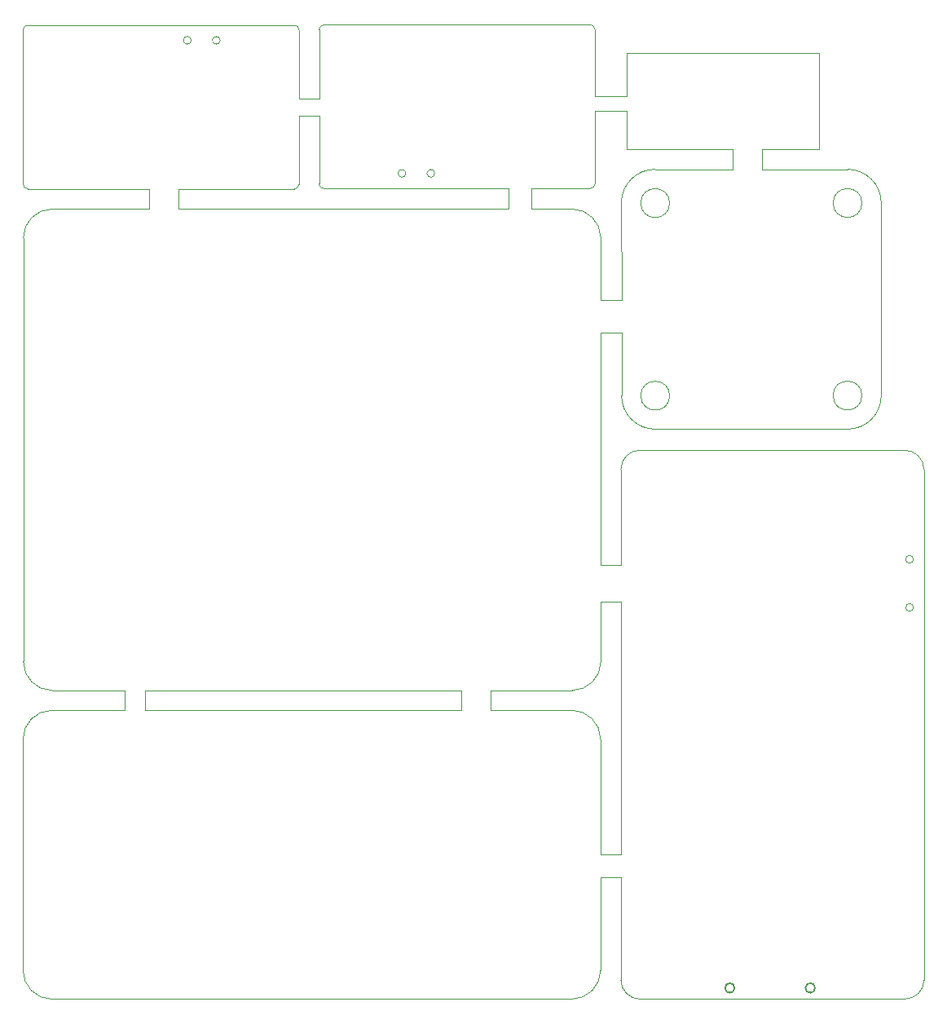
<source format=gbr>
%TF.GenerationSoftware,KiCad,Pcbnew,8.0.3*%
%TF.CreationDate,2024-09-09T16:29:24+03:00*%
%TF.ProjectId,JLC7,4a4c4337-2e6b-4696-9361-645f70636258,rev?*%
%TF.SameCoordinates,Original*%
%TF.FileFunction,Profile,NP*%
%FSLAX46Y46*%
G04 Gerber Fmt 4.6, Leading zero omitted, Abs format (unit mm)*
G04 Created by KiCad (PCBNEW 8.0.3) date 2024-09-09 16:29:24*
%MOMM*%
%LPD*%
G01*
G04 APERTURE LIST*
%TA.AperFunction,Profile*%
%ADD10C,0.100000*%
%TD*%
%TA.AperFunction,Profile*%
%ADD11C,0.150000*%
%TD*%
%TA.AperFunction,Profile*%
%ADD12C,0.050000*%
%TD*%
%TA.AperFunction,Profile*%
%ADD13C,0.120000*%
%TD*%
G04 APERTURE END LIST*
D10*
X135130000Y-61052500D02*
X141055000Y-61052500D01*
X117255000Y-65102500D02*
X111130000Y-65102500D01*
X86505000Y-48135000D02*
G75*
G02*
X87005000Y-48635000I0J-500000D01*
G01*
X147480000Y-86602500D02*
G75*
G02*
X144000000Y-90092514I-3480000J-10000D01*
G01*
X151935006Y-147272506D02*
G75*
G02*
X149940000Y-149272500I-2000006J6D01*
G01*
X125500000Y-66612500D02*
G75*
G02*
X122500000Y-66612500I-1500000J0D01*
G01*
X122500000Y-66612500D02*
G75*
G02*
X125500000Y-66612500I1500000J0D01*
G01*
X132030000Y-61052500D02*
X132030000Y-63102500D01*
X58830000Y-65135000D02*
X71405000Y-65127500D01*
X132030000Y-61052500D02*
X121055000Y-61052500D01*
X74455000Y-65127500D02*
X86505000Y-65135000D01*
X151930000Y-94272506D02*
X151935006Y-147272506D01*
X89580000Y-65102500D02*
X108730000Y-65102500D01*
X118330000Y-134252500D02*
X120430000Y-134252500D01*
X87005000Y-57527500D02*
X89080000Y-57527500D01*
X121055000Y-55552500D02*
X121055000Y-51052500D01*
X117755000Y-57042500D02*
X121055000Y-57052500D01*
X74455000Y-65127500D02*
X74455000Y-67227500D01*
X143980000Y-63102500D02*
G75*
G02*
X147480000Y-66602500I0J-3500000D01*
G01*
X115326320Y-119281180D02*
G75*
G02*
X118326320Y-122281180I-20J-3000020D01*
G01*
X117755000Y-64602500D02*
G75*
G02*
X117255000Y-65102500I-500000J0D01*
G01*
X122425006Y-92272506D02*
X149930000Y-92277500D01*
X121055000Y-51052500D02*
X141055000Y-51052500D01*
D11*
X132255000Y-148122506D02*
G75*
G02*
X131255000Y-148122506I-500000J0D01*
G01*
X131255000Y-148122506D02*
G75*
G02*
X132255000Y-148122506I500000J0D01*
G01*
D12*
X118355000Y-114227500D02*
G75*
G02*
X115355000Y-117227500I-2999900J-100D01*
G01*
D10*
X87005000Y-55802500D02*
X89080000Y-55802500D01*
X118355000Y-76652500D02*
X118355000Y-70227500D01*
X89080000Y-55802500D02*
X89080000Y-48602500D01*
X115355000Y-117227500D02*
X106880000Y-117227500D01*
X141055000Y-61052500D02*
X141055000Y-51052500D01*
X71030000Y-119277500D02*
X103830000Y-119277500D01*
X118355000Y-108002500D02*
X120430000Y-108002500D01*
X68855000Y-117227500D02*
X68855000Y-119277500D01*
X87005000Y-57527500D02*
X87005000Y-64635000D01*
X135130000Y-63102500D02*
X143980000Y-63102500D01*
X135130000Y-63102500D02*
X135130000Y-61052500D01*
X103830000Y-117227500D02*
X103830000Y-119277500D01*
X111130000Y-65102500D02*
X111130000Y-67227500D01*
X118355000Y-104202500D02*
X120430000Y-104202500D01*
X118326320Y-146281180D02*
G75*
G02*
X115326320Y-149281220I-3000020J-20D01*
G01*
X61326320Y-149281180D02*
G75*
G02*
X58326320Y-146281180I-20J2999980D01*
G01*
X117755000Y-55552500D02*
X117755000Y-48602500D01*
X89580000Y-65102500D02*
G75*
G02*
X89080000Y-64602500I0J500000D01*
G01*
X147480000Y-86602500D02*
X147480000Y-66602500D01*
X132030000Y-63102500D02*
X123980000Y-63102500D01*
X120480000Y-66602500D02*
G75*
G02*
X123980000Y-63102500I3500000J0D01*
G01*
X71030000Y-117227500D02*
X71030000Y-119277500D01*
X120430000Y-94272506D02*
G75*
G02*
X122425006Y-92272506I2000000J6D01*
G01*
X115355000Y-67227500D02*
X111130000Y-67227500D01*
X120430000Y-134252500D02*
X120430000Y-108002500D01*
X120480000Y-66602500D02*
X120492500Y-76652500D01*
X106880000Y-117227500D02*
X106880000Y-119277500D01*
X118355000Y-108002500D02*
X118355000Y-114227500D01*
X118326320Y-122281180D02*
X118330000Y-134252500D01*
X118355000Y-104202500D02*
X118355000Y-80077500D01*
X108730000Y-65102500D02*
X108730000Y-67227500D01*
X89080000Y-64602500D02*
X89080000Y-57527500D01*
X58330000Y-48635000D02*
X58330000Y-64635000D01*
X89080000Y-48602500D02*
G75*
G02*
X89580000Y-48102500I500100J-100D01*
G01*
X118355000Y-76652500D02*
X120492500Y-76652500D01*
X58330000Y-48635000D02*
G75*
G02*
X58830000Y-48135000I500000J0D01*
G01*
X61326320Y-119281180D02*
X68855000Y-119277500D01*
X149940000Y-149272506D02*
X122430000Y-149272506D01*
X87005000Y-48635000D02*
X87005000Y-55802500D01*
X58326320Y-122281180D02*
G75*
G02*
X61326320Y-119281180I3000050J-50D01*
G01*
X71405000Y-65127500D02*
X71405000Y-67227500D01*
X117255000Y-48102500D02*
G75*
G02*
X117755000Y-48602500I0J-500000D01*
G01*
X108730000Y-67227500D02*
X74455000Y-67227500D01*
X106880000Y-119277500D02*
X115326320Y-119281180D01*
X71405000Y-67227500D02*
X61355000Y-67227500D01*
X86505000Y-48135000D02*
X58830000Y-48135000D01*
X120492500Y-80077500D02*
X120500000Y-86592522D01*
X61355000Y-117227500D02*
X68855000Y-117227500D01*
X117255000Y-48102500D02*
X89580000Y-48102500D01*
X125500000Y-86612500D02*
G75*
G02*
X122500000Y-86612500I-1500000J0D01*
G01*
X122500000Y-86612500D02*
G75*
G02*
X125500000Y-86612500I1500000J0D01*
G01*
X144000000Y-90092522D02*
X124000000Y-90092522D01*
X58830000Y-65135000D02*
G75*
G02*
X58330000Y-64635000I0J500000D01*
G01*
X149930000Y-92277500D02*
G75*
G02*
X151929994Y-94272506I-100J-2000100D01*
G01*
D12*
X115355000Y-67227500D02*
G75*
G02*
X118355000Y-70227500I0J-3000000D01*
G01*
D10*
X117755000Y-55552500D02*
X121055000Y-55552500D01*
X58326320Y-146281180D02*
X58326320Y-122281180D01*
X124000000Y-90092522D02*
G75*
G02*
X120500078Y-86592522I100J3500022D01*
G01*
X120430000Y-136652500D02*
X120430000Y-147277500D01*
X117755000Y-57042500D02*
X117755000Y-64602500D01*
X87005000Y-64635000D02*
G75*
G02*
X86505000Y-65135000I-500000J0D01*
G01*
X145480000Y-66602500D02*
G75*
G02*
X142480000Y-66602500I-1500000J0D01*
G01*
X142480000Y-66602500D02*
G75*
G02*
X145480000Y-66602500I1500000J0D01*
G01*
X118330000Y-136652500D02*
X118326320Y-146281180D01*
X120430000Y-104202500D02*
X120430000Y-94272506D01*
X118330000Y-136652500D02*
X120430000Y-136652500D01*
X118355000Y-80077500D02*
X120492500Y-80077500D01*
D12*
X61355000Y-117227500D02*
G75*
G02*
X58355000Y-114227500I0J3000000D01*
G01*
D11*
X140605000Y-148122506D02*
G75*
G02*
X139605000Y-148122506I-500000J0D01*
G01*
X139605000Y-148122506D02*
G75*
G02*
X140605000Y-148122506I500000J0D01*
G01*
D10*
X103830000Y-117227500D02*
X71030000Y-117227500D01*
D12*
X58355000Y-114227500D02*
X58355000Y-70227500D01*
D10*
X122430000Y-149272506D02*
G75*
G02*
X120430000Y-147277500I-100J1999906D01*
G01*
D12*
X58355000Y-70227500D02*
G75*
G02*
X61355000Y-67227500I3000000J0D01*
G01*
D10*
X115326320Y-149281180D02*
X61326320Y-149281180D01*
X121055000Y-57052500D02*
X121055000Y-61052500D01*
X145480000Y-86602500D02*
G75*
G02*
X142480000Y-86602500I-1500000J0D01*
G01*
X142480000Y-86602500D02*
G75*
G02*
X145480000Y-86602500I1500000J0D01*
G01*
D13*
%TO.C,SW1*%
X150824765Y-103612271D02*
G75*
G02*
X150024765Y-103612271I-400000J0D01*
G01*
X150024765Y-103612271D02*
G75*
G02*
X150824765Y-103612271I400000J0D01*
G01*
X150824765Y-108612271D02*
G75*
G02*
X150024765Y-108612271I-400000J0D01*
G01*
X150024765Y-108612271D02*
G75*
G02*
X150824765Y-108612271I400000J0D01*
G01*
X98090000Y-63525000D02*
G75*
G02*
X97290000Y-63525000I-400000J0D01*
G01*
X97290000Y-63525000D02*
G75*
G02*
X98090000Y-63525000I400000J0D01*
G01*
X101090000Y-63525000D02*
G75*
G02*
X100290000Y-63525000I-400000J0D01*
G01*
X100290000Y-63525000D02*
G75*
G02*
X101090000Y-63525000I400000J0D01*
G01*
X75795000Y-49712500D02*
G75*
G02*
X74995000Y-49712500I-400000J0D01*
G01*
X74995000Y-49712500D02*
G75*
G02*
X75795000Y-49712500I400000J0D01*
G01*
X78795000Y-49712500D02*
G75*
G02*
X77995000Y-49712500I-400000J0D01*
G01*
X77995000Y-49712500D02*
G75*
G02*
X78795000Y-49712500I400000J0D01*
G01*
%TD*%
M02*

</source>
